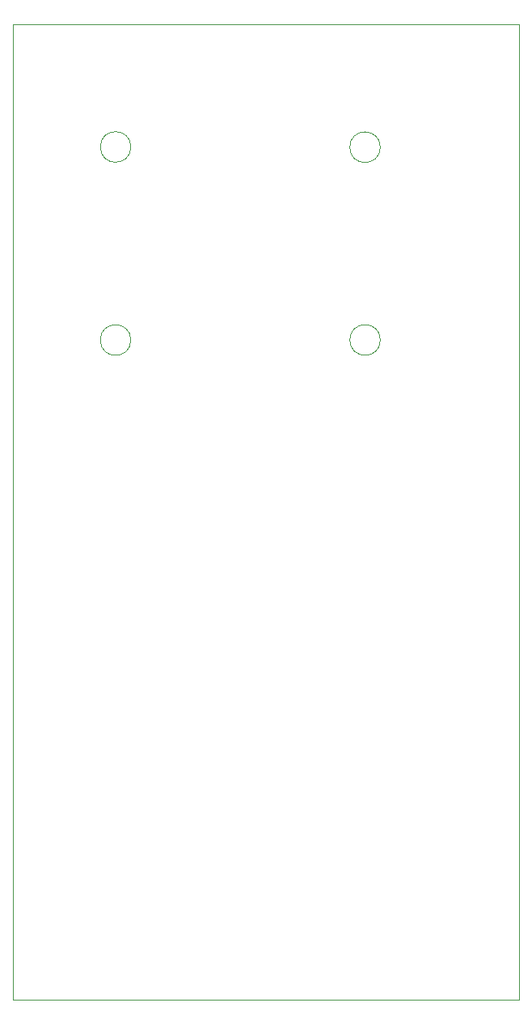
<source format=gbr>
%TF.GenerationSoftware,KiCad,Pcbnew,8.0.2*%
%TF.CreationDate,2024-05-08T14:27:54+01:00*%
%TF.ProjectId,Left_Controller_PCB_Bluetooth,4c656674-5f43-46f6-9e74-726f6c6c6572,V01*%
%TF.SameCoordinates,Original*%
%TF.FileFunction,Profile,NP*%
%FSLAX46Y46*%
G04 Gerber Fmt 4.6, Leading zero omitted, Abs format (unit mm)*
G04 Created by KiCad (PCBNEW 8.0.2) date 2024-05-08 14:27:54*
%MOMM*%
%LPD*%
G01*
G04 APERTURE LIST*
%TA.AperFunction,Profile*%
%ADD10C,0.050000*%
%TD*%
G04 APERTURE END LIST*
D10*
X117000000Y-47000000D02*
X170000000Y-47000000D01*
X170000000Y-149000000D01*
X117000000Y-149000000D01*
X117000000Y-47000000D01*
%TO.C,JoystickL1*%
X129350050Y-59841932D02*
G75*
G02*
X126150050Y-59841932I-1600000J0D01*
G01*
X126150050Y-59841932D02*
G75*
G02*
X129350050Y-59841932I1600000J0D01*
G01*
X129350050Y-80041932D02*
G75*
G02*
X126150050Y-80041932I-1600000J0D01*
G01*
X126150050Y-80041932D02*
G75*
G02*
X129350050Y-80041932I1600000J0D01*
G01*
X155470050Y-59871932D02*
G75*
G02*
X152270050Y-59871932I-1600000J0D01*
G01*
X152270050Y-59871932D02*
G75*
G02*
X155470050Y-59871932I1600000J0D01*
G01*
X155480050Y-80032582D02*
G75*
G02*
X152280050Y-80032582I-1600000J0D01*
G01*
X152280050Y-80032582D02*
G75*
G02*
X155480050Y-80032582I1600000J0D01*
G01*
%TD*%
M02*

</source>
